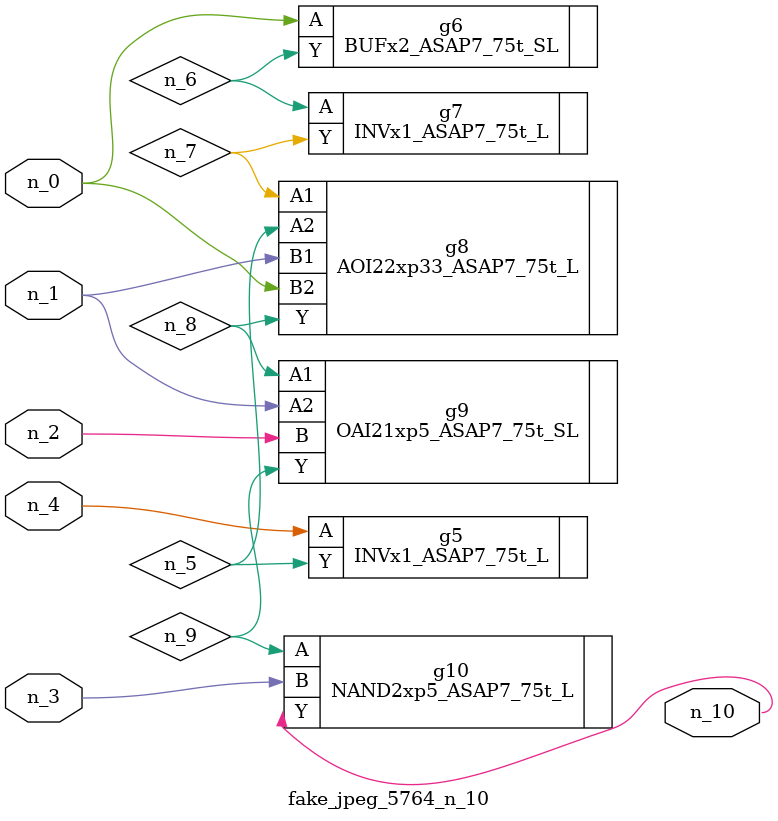
<source format=v>
module fake_jpeg_5764_n_10 (n_3, n_2, n_1, n_0, n_4, n_10);

input n_3;
input n_2;
input n_1;
input n_0;
input n_4;

output n_10;

wire n_8;
wire n_9;
wire n_6;
wire n_5;
wire n_7;

INVx1_ASAP7_75t_L g5 ( 
.A(n_4),
.Y(n_5)
);

BUFx2_ASAP7_75t_SL g6 ( 
.A(n_0),
.Y(n_6)
);

INVx1_ASAP7_75t_L g7 ( 
.A(n_6),
.Y(n_7)
);

AOI22xp33_ASAP7_75t_L g8 ( 
.A1(n_7),
.A2(n_5),
.B1(n_1),
.B2(n_0),
.Y(n_8)
);

OAI21xp5_ASAP7_75t_SL g9 ( 
.A1(n_8),
.A2(n_1),
.B(n_2),
.Y(n_9)
);

NAND2xp5_ASAP7_75t_L g10 ( 
.A(n_9),
.B(n_3),
.Y(n_10)
);


endmodule
</source>
